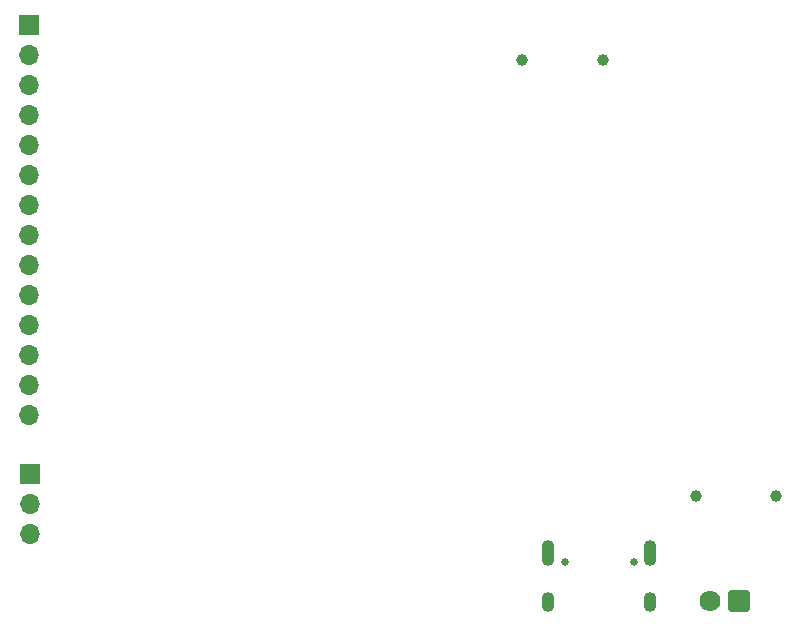
<source format=gbr>
%TF.GenerationSoftware,KiCad,Pcbnew,8.0.7*%
%TF.CreationDate,2024-12-23T22:44:16-05:00*%
%TF.ProjectId,OverSoon,4f766572-536f-46f6-9e2e-6b696361645f,rev?*%
%TF.SameCoordinates,Original*%
%TF.FileFunction,Soldermask,Bot*%
%TF.FilePolarity,Negative*%
%FSLAX46Y46*%
G04 Gerber Fmt 4.6, Leading zero omitted, Abs format (unit mm)*
G04 Created by KiCad (PCBNEW 8.0.7) date 2024-12-23 22:44:16*
%MOMM*%
%LPD*%
G01*
G04 APERTURE LIST*
G04 Aperture macros list*
%AMRoundRect*
0 Rectangle with rounded corners*
0 $1 Rounding radius*
0 $2 $3 $4 $5 $6 $7 $8 $9 X,Y pos of 4 corners*
0 Add a 4 corners polygon primitive as box body*
4,1,4,$2,$3,$4,$5,$6,$7,$8,$9,$2,$3,0*
0 Add four circle primitives for the rounded corners*
1,1,$1+$1,$2,$3*
1,1,$1+$1,$4,$5*
1,1,$1+$1,$6,$7*
1,1,$1+$1,$8,$9*
0 Add four rect primitives between the rounded corners*
20,1,$1+$1,$2,$3,$4,$5,0*
20,1,$1+$1,$4,$5,$6,$7,0*
20,1,$1+$1,$6,$7,$8,$9,0*
20,1,$1+$1,$8,$9,$2,$3,0*%
G04 Aperture macros list end*
%ADD10C,1.000000*%
%ADD11R,1.700000X1.700000*%
%ADD12O,1.700000X1.700000*%
%ADD13C,0.650000*%
%ADD14O,1.100000X2.200000*%
%ADD15O,1.100000X1.700000*%
%ADD16RoundRect,0.102000X-0.787500X-0.787500X0.787500X-0.787500X0.787500X0.787500X-0.787500X0.787500X0*%
%ADD17C,1.779000*%
G04 APERTURE END LIST*
D10*
%TO.C,SW2*%
X221255800Y-103149400D03*
X214455800Y-103149400D03*
%TD*%
D11*
%TO.C,U8*%
X172694600Y-100203000D03*
D12*
X172694600Y-102743000D03*
X172694600Y-105283000D03*
X172694600Y-107823000D03*
X172694600Y-110363000D03*
X172694600Y-112903000D03*
X172694600Y-115443000D03*
X172694600Y-117983000D03*
X172694600Y-120523000D03*
X172694600Y-123063000D03*
X172694600Y-125603000D03*
X172694600Y-128143000D03*
X172694600Y-130683000D03*
X172694600Y-133223000D03*
%TD*%
D10*
%TO.C,SW1*%
X235933400Y-140081000D03*
X229133400Y-140081000D03*
%TD*%
D13*
%TO.C,J2*%
X218061000Y-145711600D03*
X223877600Y-145711600D03*
D14*
X216636600Y-144892600D03*
D15*
X216636600Y-149072600D03*
D14*
X225276600Y-144892600D03*
D15*
X225276600Y-149072600D03*
%TD*%
D16*
%TO.C,J1*%
X232827200Y-149021800D03*
D17*
X230327200Y-149021800D03*
%TD*%
D11*
%TO.C,J4*%
X172745400Y-138226800D03*
D12*
X172745400Y-140766800D03*
X172745400Y-143306800D03*
%TD*%
M02*

</source>
